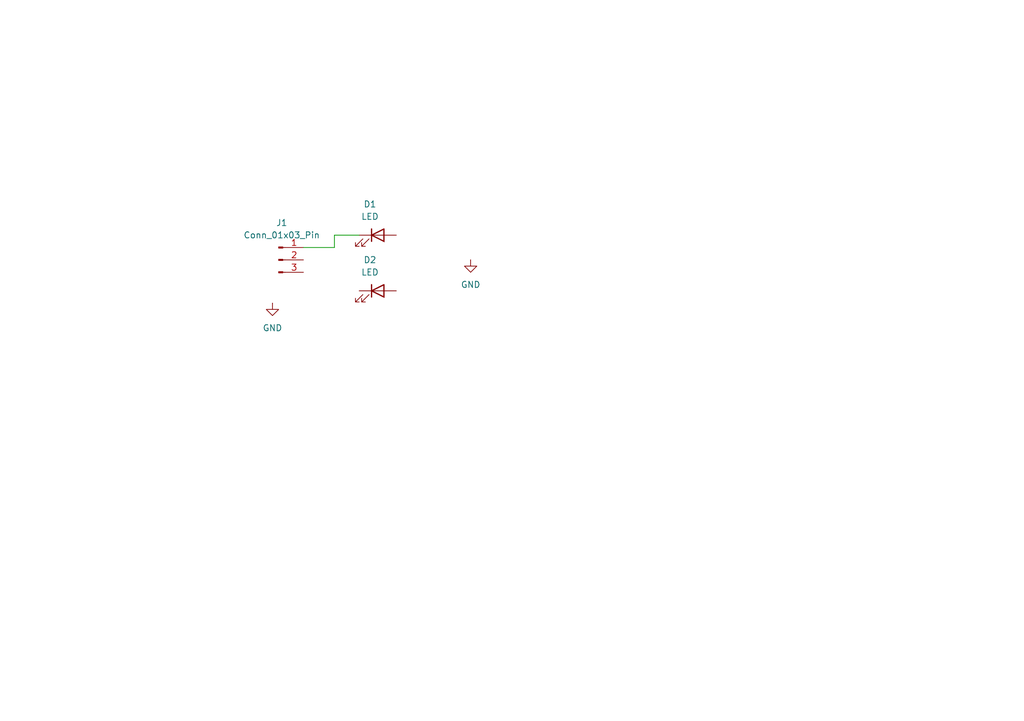
<source format=kicad_sch>
(kicad_sch
	(version 20231120)
	(generator "eeschema")
	(generator_version "8.0")
	(uuid "a73591bb-dbe8-44c5-ad80-20d521c8a36d")
	(paper "A5")
	(title_block
		(title "Plaxa MECA-LEDS")
		(rev "1")
		(company "Universidad Rey Juan Carlos")
		(comment 1 "Autor: Jorge Martin")
	)
	(lib_symbols
		(symbol "Connector:Conn_01x03_Pin"
			(pin_names
				(offset 1.016) hide)
			(exclude_from_sim no)
			(in_bom yes)
			(on_board yes)
			(property "Reference" "J"
				(at 0 5.08 0)
				(effects
					(font
						(size 1.27 1.27)
					)
				)
			)
			(property "Value" "Conn_01x03_Pin"
				(at 0 -5.08 0)
				(effects
					(font
						(size 1.27 1.27)
					)
				)
			)
			(property "Footprint" ""
				(at 0 0 0)
				(effects
					(font
						(size 1.27 1.27)
					)
					(hide yes)
				)
			)
			(property "Datasheet" "~"
				(at 0 0 0)
				(effects
					(font
						(size 1.27 1.27)
					)
					(hide yes)
				)
			)
			(property "Description" "Generic connector, single row, 01x03, script generated"
				(at 0 0 0)
				(effects
					(font
						(size 1.27 1.27)
					)
					(hide yes)
				)
			)
			(property "ki_locked" ""
				(at 0 0 0)
				(effects
					(font
						(size 1.27 1.27)
					)
				)
			)
			(property "ki_keywords" "connector"
				(at 0 0 0)
				(effects
					(font
						(size 1.27 1.27)
					)
					(hide yes)
				)
			)
			(property "ki_fp_filters" "Connector*:*_1x??_*"
				(at 0 0 0)
				(effects
					(font
						(size 1.27 1.27)
					)
					(hide yes)
				)
			)
			(symbol "Conn_01x03_Pin_1_1"
				(polyline
					(pts
						(xy 1.27 -2.54) (xy 0.8636 -2.54)
					)
					(stroke
						(width 0.1524)
						(type default)
					)
					(fill
						(type none)
					)
				)
				(polyline
					(pts
						(xy 1.27 0) (xy 0.8636 0)
					)
					(stroke
						(width 0.1524)
						(type default)
					)
					(fill
						(type none)
					)
				)
				(polyline
					(pts
						(xy 1.27 2.54) (xy 0.8636 2.54)
					)
					(stroke
						(width 0.1524)
						(type default)
					)
					(fill
						(type none)
					)
				)
				(rectangle
					(start 0.8636 -2.413)
					(end 0 -2.667)
					(stroke
						(width 0.1524)
						(type default)
					)
					(fill
						(type outline)
					)
				)
				(rectangle
					(start 0.8636 0.127)
					(end 0 -0.127)
					(stroke
						(width 0.1524)
						(type default)
					)
					(fill
						(type outline)
					)
				)
				(rectangle
					(start 0.8636 2.667)
					(end 0 2.413)
					(stroke
						(width 0.1524)
						(type default)
					)
					(fill
						(type outline)
					)
				)
				(pin passive line
					(at 5.08 2.54 180)
					(length 3.81)
					(name "Pin_1"
						(effects
							(font
								(size 1.27 1.27)
							)
						)
					)
					(number "1"
						(effects
							(font
								(size 1.27 1.27)
							)
						)
					)
				)
				(pin passive line
					(at 5.08 0 180)
					(length 3.81)
					(name "Pin_2"
						(effects
							(font
								(size 1.27 1.27)
							)
						)
					)
					(number "2"
						(effects
							(font
								(size 1.27 1.27)
							)
						)
					)
				)
				(pin passive line
					(at 5.08 -2.54 180)
					(length 3.81)
					(name "Pin_3"
						(effects
							(font
								(size 1.27 1.27)
							)
						)
					)
					(number "3"
						(effects
							(font
								(size 1.27 1.27)
							)
						)
					)
				)
			)
		)
		(symbol "Device:LED"
			(pin_numbers hide)
			(pin_names
				(offset 1.016) hide)
			(exclude_from_sim no)
			(in_bom yes)
			(on_board yes)
			(property "Reference" "D"
				(at 0 2.54 0)
				(effects
					(font
						(size 1.27 1.27)
					)
				)
			)
			(property "Value" "LED"
				(at 0 -2.54 0)
				(effects
					(font
						(size 1.27 1.27)
					)
				)
			)
			(property "Footprint" ""
				(at 0 0 0)
				(effects
					(font
						(size 1.27 1.27)
					)
					(hide yes)
				)
			)
			(property "Datasheet" "~"
				(at 0 0 0)
				(effects
					(font
						(size 1.27 1.27)
					)
					(hide yes)
				)
			)
			(property "Description" "Light emitting diode"
				(at 0 0 0)
				(effects
					(font
						(size 1.27 1.27)
					)
					(hide yes)
				)
			)
			(property "ki_keywords" "LED diode"
				(at 0 0 0)
				(effects
					(font
						(size 1.27 1.27)
					)
					(hide yes)
				)
			)
			(property "ki_fp_filters" "LED* LED_SMD:* LED_THT:*"
				(at 0 0 0)
				(effects
					(font
						(size 1.27 1.27)
					)
					(hide yes)
				)
			)
			(symbol "LED_0_1"
				(polyline
					(pts
						(xy -1.27 -1.27) (xy -1.27 1.27)
					)
					(stroke
						(width 0.254)
						(type default)
					)
					(fill
						(type none)
					)
				)
				(polyline
					(pts
						(xy -1.27 0) (xy 1.27 0)
					)
					(stroke
						(width 0)
						(type default)
					)
					(fill
						(type none)
					)
				)
				(polyline
					(pts
						(xy 1.27 -1.27) (xy 1.27 1.27) (xy -1.27 0) (xy 1.27 -1.27)
					)
					(stroke
						(width 0.254)
						(type default)
					)
					(fill
						(type none)
					)
				)
				(polyline
					(pts
						(xy -3.048 -0.762) (xy -4.572 -2.286) (xy -3.81 -2.286) (xy -4.572 -2.286) (xy -4.572 -1.524)
					)
					(stroke
						(width 0)
						(type default)
					)
					(fill
						(type none)
					)
				)
				(polyline
					(pts
						(xy -1.778 -0.762) (xy -3.302 -2.286) (xy -2.54 -2.286) (xy -3.302 -2.286) (xy -3.302 -1.524)
					)
					(stroke
						(width 0)
						(type default)
					)
					(fill
						(type none)
					)
				)
			)
			(symbol "LED_1_1"
				(pin passive line
					(at -3.81 0 0)
					(length 2.54)
					(name "K"
						(effects
							(font
								(size 1.27 1.27)
							)
						)
					)
					(number "1"
						(effects
							(font
								(size 1.27 1.27)
							)
						)
					)
				)
				(pin passive line
					(at 3.81 0 180)
					(length 2.54)
					(name "A"
						(effects
							(font
								(size 1.27 1.27)
							)
						)
					)
					(number "2"
						(effects
							(font
								(size 1.27 1.27)
							)
						)
					)
				)
			)
		)
		(symbol "power:GND"
			(power)
			(pin_numbers hide)
			(pin_names
				(offset 0) hide)
			(exclude_from_sim no)
			(in_bom yes)
			(on_board yes)
			(property "Reference" "#PWR"
				(at 0 -6.35 0)
				(effects
					(font
						(size 1.27 1.27)
					)
					(hide yes)
				)
			)
			(property "Value" "GND"
				(at 0 -3.81 0)
				(effects
					(font
						(size 1.27 1.27)
					)
				)
			)
			(property "Footprint" ""
				(at 0 0 0)
				(effects
					(font
						(size 1.27 1.27)
					)
					(hide yes)
				)
			)
			(property "Datasheet" ""
				(at 0 0 0)
				(effects
					(font
						(size 1.27 1.27)
					)
					(hide yes)
				)
			)
			(property "Description" "Power symbol creates a global label with name \"GND\" , ground"
				(at 0 0 0)
				(effects
					(font
						(size 1.27 1.27)
					)
					(hide yes)
				)
			)
			(property "ki_keywords" "global power"
				(at 0 0 0)
				(effects
					(font
						(size 1.27 1.27)
					)
					(hide yes)
				)
			)
			(symbol "GND_0_1"
				(polyline
					(pts
						(xy 0 0) (xy 0 -1.27) (xy 1.27 -1.27) (xy 0 -2.54) (xy -1.27 -1.27) (xy 0 -1.27)
					)
					(stroke
						(width 0)
						(type default)
					)
					(fill
						(type none)
					)
				)
			)
			(symbol "GND_1_1"
				(pin power_in line
					(at 0 0 270)
					(length 0)
					(name "~"
						(effects
							(font
								(size 1.27 1.27)
							)
						)
					)
					(number "1"
						(effects
							(font
								(size 1.27 1.27)
							)
						)
					)
				)
			)
		)
	)
	(wire
		(pts
			(xy 62.23 50.8) (xy 68.58 50.8)
		)
		(stroke
			(width 0)
			(type default)
		)
		(uuid "cdef0a54-8025-4640-8935-b5454e67ee7e")
	)
	(wire
		(pts
			(xy 68.58 48.26) (xy 73.66 48.26)
		)
		(stroke
			(width 0)
			(type default)
		)
		(uuid "dc282ca8-415f-43be-b132-4c8a7b094daf")
	)
	(wire
		(pts
			(xy 68.58 50.8) (xy 68.58 48.26)
		)
		(stroke
			(width 0)
			(type default)
		)
		(uuid "fb18e6fb-69e3-4004-a544-a31b1787f00d")
	)
	(symbol
		(lib_id "Device:LED")
		(at 77.47 59.69 0)
		(unit 1)
		(exclude_from_sim no)
		(in_bom yes)
		(on_board yes)
		(dnp no)
		(fields_autoplaced yes)
		(uuid "1d3eef2b-8eb7-4edb-812c-808e3981a15c")
		(property "Reference" "D2"
			(at 75.8825 53.34 0)
			(effects
				(font
					(size 1.27 1.27)
				)
			)
		)
		(property "Value" "LED"
			(at 75.8825 55.88 0)
			(effects
				(font
					(size 1.27 1.27)
				)
			)
		)
		(property "Footprint" ""
			(at 77.47 59.69 0)
			(effects
				(font
					(size 1.27 1.27)
				)
				(hide yes)
			)
		)
		(property "Datasheet" "~"
			(at 77.47 59.69 0)
			(effects
				(font
					(size 1.27 1.27)
				)
				(hide yes)
			)
		)
		(property "Description" "Light emitting diode"
			(at 77.47 59.69 0)
			(effects
				(font
					(size 1.27 1.27)
				)
				(hide yes)
			)
		)
		(pin "1"
			(uuid "65127a15-666b-4091-b1a9-c7de7937b028")
		)
		(pin "2"
			(uuid "db2dceeb-e5ac-42de-946f-9fda238228f2")
		)
		(instances
			(project ""
				(path "/a73591bb-dbe8-44c5-ad80-20d521c8a36d"
					(reference "D2")
					(unit 1)
				)
			)
		)
	)
	(symbol
		(lib_id "power:GND")
		(at 96.52 53.34 0)
		(unit 1)
		(exclude_from_sim no)
		(in_bom yes)
		(on_board yes)
		(dnp no)
		(fields_autoplaced yes)
		(uuid "26b2679b-9058-47ba-a057-baabe61cea85")
		(property "Reference" "#PWR01"
			(at 96.52 59.69 0)
			(effects
				(font
					(size 1.27 1.27)
				)
				(hide yes)
			)
		)
		(property "Value" "GND"
			(at 96.52 58.42 0)
			(effects
				(font
					(size 1.27 1.27)
				)
			)
		)
		(property "Footprint" ""
			(at 96.52 53.34 0)
			(effects
				(font
					(size 1.27 1.27)
				)
				(hide yes)
			)
		)
		(property "Datasheet" ""
			(at 96.52 53.34 0)
			(effects
				(font
					(size 1.27 1.27)
				)
				(hide yes)
			)
		)
		(property "Description" "Power symbol creates a global label with name \"GND\" , ground"
			(at 96.52 53.34 0)
			(effects
				(font
					(size 1.27 1.27)
				)
				(hide yes)
			)
		)
		(pin "1"
			(uuid "84ff2a80-ff21-4ea5-95cc-6fb2bbc2cb13")
		)
		(instances
			(project ""
				(path "/a73591bb-dbe8-44c5-ad80-20d521c8a36d"
					(reference "#PWR01")
					(unit 1)
				)
			)
		)
	)
	(symbol
		(lib_id "power:GND")
		(at 55.88 62.23 0)
		(unit 1)
		(exclude_from_sim no)
		(in_bom yes)
		(on_board yes)
		(dnp no)
		(fields_autoplaced yes)
		(uuid "4347ae7a-1a10-461f-bc49-11cf277dc0b1")
		(property "Reference" "#PWR02"
			(at 55.88 68.58 0)
			(effects
				(font
					(size 1.27 1.27)
				)
				(hide yes)
			)
		)
		(property "Value" "GND"
			(at 55.88 67.31 0)
			(effects
				(font
					(size 1.27 1.27)
				)
			)
		)
		(property "Footprint" ""
			(at 55.88 62.23 0)
			(effects
				(font
					(size 1.27 1.27)
				)
				(hide yes)
			)
		)
		(property "Datasheet" ""
			(at 55.88 62.23 0)
			(effects
				(font
					(size 1.27 1.27)
				)
				(hide yes)
			)
		)
		(property "Description" "Power symbol creates a global label with name \"GND\" , ground"
			(at 55.88 62.23 0)
			(effects
				(font
					(size 1.27 1.27)
				)
				(hide yes)
			)
		)
		(pin "1"
			(uuid "f92512ae-f241-47cf-b47c-313739a73ee6")
		)
		(instances
			(project ""
				(path "/a73591bb-dbe8-44c5-ad80-20d521c8a36d"
					(reference "#PWR02")
					(unit 1)
				)
			)
		)
	)
	(symbol
		(lib_id "Connector:Conn_01x03_Pin")
		(at 57.15 53.34 0)
		(unit 1)
		(exclude_from_sim no)
		(in_bom yes)
		(on_board yes)
		(dnp no)
		(fields_autoplaced yes)
		(uuid "7e7e5222-8fb3-495a-bc62-a26cf0136d52")
		(property "Reference" "J1"
			(at 57.785 45.72 0)
			(effects
				(font
					(size 1.27 1.27)
				)
			)
		)
		(property "Value" "Conn_01x03_Pin"
			(at 57.785 48.26 0)
			(effects
				(font
					(size 1.27 1.27)
				)
			)
		)
		(property "Footprint" ""
			(at 57.15 53.34 0)
			(effects
				(font
					(size 1.27 1.27)
				)
				(hide yes)
			)
		)
		(property "Datasheet" "~"
			(at 57.15 53.34 0)
			(effects
				(font
					(size 1.27 1.27)
				)
				(hide yes)
			)
		)
		(property "Description" "Generic connector, single row, 01x03, script generated"
			(at 57.15 53.34 0)
			(effects
				(font
					(size 1.27 1.27)
				)
				(hide yes)
			)
		)
		(pin "3"
			(uuid "7f15f021-0548-4b61-9bb8-2226e9b1355d")
		)
		(pin "1"
			(uuid "ce1d7d55-b76f-4a22-a111-582c1f8f0de6")
		)
		(pin "2"
			(uuid "34d16893-3bb2-478f-b19b-8ff2b3f6840c")
		)
		(instances
			(project ""
				(path "/a73591bb-dbe8-44c5-ad80-20d521c8a36d"
					(reference "J1")
					(unit 1)
				)
			)
		)
	)
	(symbol
		(lib_id "Device:LED")
		(at 77.47 48.26 0)
		(unit 1)
		(exclude_from_sim no)
		(in_bom yes)
		(on_board yes)
		(dnp no)
		(fields_autoplaced yes)
		(uuid "81097714-2a54-4818-9a6a-e58f254c9718")
		(property "Reference" "D1"
			(at 75.8825 41.91 0)
			(effects
				(font
					(size 1.27 1.27)
				)
			)
		)
		(property "Value" "LED"
			(at 75.8825 44.45 0)
			(effects
				(font
					(size 1.27 1.27)
				)
			)
		)
		(property "Footprint" ""
			(at 77.47 48.26 0)
			(effects
				(font
					(size 1.27 1.27)
				)
				(hide yes)
			)
		)
		(property "Datasheet" "~"
			(at 77.47 48.26 0)
			(effects
				(font
					(size 1.27 1.27)
				)
				(hide yes)
			)
		)
		(property "Description" "Light emitting diode"
			(at 77.47 48.26 0)
			(effects
				(font
					(size 1.27 1.27)
				)
				(hide yes)
			)
		)
		(pin "1"
			(uuid "6d49b48c-7c75-48a6-b430-d804b75236ad")
		)
		(pin "2"
			(uuid "4812ae74-c892-4bbd-a99e-cc6514b0db1f")
		)
		(instances
			(project ""
				(path "/a73591bb-dbe8-44c5-ad80-20d521c8a36d"
					(reference "D1")
					(unit 1)
				)
			)
		)
	)
	(sheet_instances
		(path "/"
			(page "1")
		)
	)
)

</source>
